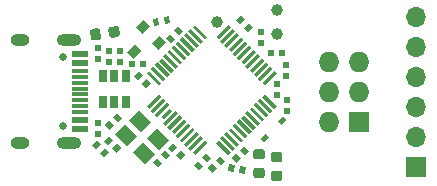
<source format=gts>
G04 #@! TF.GenerationSoftware,KiCad,Pcbnew,5.1.5-52549c5~84~ubuntu19.10.1*
G04 #@! TF.CreationDate,2020-04-02T17:39:07+02:00*
G04 #@! TF.ProjectId,JEGGER_s-link,4a454747-4552-45f7-932d-6c696e6b2e6b,rev?*
G04 #@! TF.SameCoordinates,Original*
G04 #@! TF.FileFunction,Soldermask,Top*
G04 #@! TF.FilePolarity,Negative*
%FSLAX46Y46*%
G04 Gerber Fmt 4.6, Leading zero omitted, Abs format (unit mm)*
G04 Created by KiCad (PCBNEW 5.1.5-52549c5~84~ubuntu19.10.1) date 2020-04-02 17:39:07*
%MOMM*%
%LPD*%
G04 APERTURE LIST*
%ADD10C,0.100000*%
%ADD11R,0.500000X0.600000*%
%ADD12R,0.600000X0.500000*%
%ADD13R,1.450000X0.600000*%
%ADD14O,2.100000X1.000000*%
%ADD15O,1.600000X1.000000*%
%ADD16C,0.650000*%
%ADD17R,1.450000X0.300000*%
%ADD18C,0.985520*%
%ADD19C,0.988060*%
%ADD20O,1.727200X1.727200*%
%ADD21R,1.727200X1.727200*%
%ADD22O,1.700000X1.700000*%
%ADD23R,1.700000X1.700000*%
%ADD24R,0.650000X1.060000*%
G04 APERTURE END LIST*
D10*
G36*
X120863431Y-94627695D02*
G01*
X121287695Y-94203431D01*
X121641249Y-94556985D01*
X121216985Y-94981249D01*
X120863431Y-94627695D01*
G37*
G36*
X120198751Y-93963015D02*
G01*
X120623015Y-93538751D01*
X120976569Y-93892305D01*
X120552305Y-94316569D01*
X120198751Y-93963015D01*
G37*
D11*
X123170000Y-96730000D03*
X124110000Y-96730000D03*
D12*
X122360000Y-94950000D03*
X122360000Y-95890000D03*
D13*
X107000000Y-97600000D03*
X107000000Y-102400000D03*
X107000000Y-103200000D03*
X107000000Y-96800000D03*
D14*
X106085000Y-95680000D03*
X106085000Y-104320000D03*
D15*
X101905000Y-95680000D03*
X101905000Y-104320000D03*
D16*
X105555000Y-102890000D03*
X105555000Y-97110000D03*
D13*
X107000000Y-103200000D03*
X107000000Y-102400000D03*
D17*
X107000000Y-101750000D03*
X107000000Y-101250000D03*
X107000000Y-100750000D03*
X107000000Y-100250000D03*
X107000000Y-99750000D03*
X107000000Y-99250000D03*
X107000000Y-98750000D03*
X107000000Y-98250000D03*
D13*
X107000000Y-97600000D03*
X107000000Y-96800000D03*
D18*
X123640000Y-93134000D03*
X123640000Y-95166000D03*
D19*
X118560000Y-94150000D03*
D20*
X128060000Y-97460000D03*
X130600000Y-97460000D03*
X128060000Y-100000000D03*
X130600000Y-100000000D03*
X128060000Y-102540000D03*
D21*
X130600000Y-102540000D03*
D10*
G36*
X113677549Y-99478769D02*
G01*
X112634567Y-98435787D01*
X112846699Y-98223655D01*
X113889681Y-99266637D01*
X113677549Y-99478769D01*
G37*
G36*
X114031103Y-99125215D02*
G01*
X112988121Y-98082233D01*
X113200253Y-97870101D01*
X114243235Y-98913083D01*
X114031103Y-99125215D01*
G37*
G36*
X114384656Y-98771662D02*
G01*
X113341674Y-97728680D01*
X113553806Y-97516548D01*
X114596788Y-98559530D01*
X114384656Y-98771662D01*
G37*
G36*
X114738210Y-98418108D02*
G01*
X113695228Y-97375126D01*
X113907360Y-97162994D01*
X114950342Y-98205976D01*
X114738210Y-98418108D01*
G37*
G36*
X115091763Y-98064555D02*
G01*
X114048781Y-97021573D01*
X114260913Y-96809441D01*
X115303895Y-97852423D01*
X115091763Y-98064555D01*
G37*
G36*
X115445316Y-97711002D02*
G01*
X114402334Y-96668020D01*
X114614466Y-96455888D01*
X115657448Y-97498870D01*
X115445316Y-97711002D01*
G37*
G36*
X115798870Y-97357448D02*
G01*
X114755888Y-96314466D01*
X114968020Y-96102334D01*
X116011002Y-97145316D01*
X115798870Y-97357448D01*
G37*
G36*
X116152423Y-97003895D02*
G01*
X115109441Y-95960913D01*
X115321573Y-95748781D01*
X116364555Y-96791763D01*
X116152423Y-97003895D01*
G37*
G36*
X116505976Y-96650342D02*
G01*
X115462994Y-95607360D01*
X115675126Y-95395228D01*
X116718108Y-96438210D01*
X116505976Y-96650342D01*
G37*
G36*
X116859530Y-96296788D02*
G01*
X115816548Y-95253806D01*
X116028680Y-95041674D01*
X117071662Y-96084656D01*
X116859530Y-96296788D01*
G37*
G36*
X117213083Y-95943235D02*
G01*
X116170101Y-94900253D01*
X116382233Y-94688121D01*
X117425215Y-95731103D01*
X117213083Y-95943235D01*
G37*
G36*
X117566637Y-95589681D02*
G01*
X116523655Y-94546699D01*
X116735787Y-94334567D01*
X117778769Y-95377549D01*
X117566637Y-95589681D01*
G37*
G36*
X118733363Y-95589681D02*
G01*
X118521231Y-95377549D01*
X119564213Y-94334567D01*
X119776345Y-94546699D01*
X118733363Y-95589681D01*
G37*
G36*
X119086917Y-95943235D02*
G01*
X118874785Y-95731103D01*
X119917767Y-94688121D01*
X120129899Y-94900253D01*
X119086917Y-95943235D01*
G37*
G36*
X119440470Y-96296788D02*
G01*
X119228338Y-96084656D01*
X120271320Y-95041674D01*
X120483452Y-95253806D01*
X119440470Y-96296788D01*
G37*
G36*
X119794024Y-96650342D02*
G01*
X119581892Y-96438210D01*
X120624874Y-95395228D01*
X120837006Y-95607360D01*
X119794024Y-96650342D01*
G37*
G36*
X120147577Y-97003895D02*
G01*
X119935445Y-96791763D01*
X120978427Y-95748781D01*
X121190559Y-95960913D01*
X120147577Y-97003895D01*
G37*
G36*
X120501130Y-97357448D02*
G01*
X120288998Y-97145316D01*
X121331980Y-96102334D01*
X121544112Y-96314466D01*
X120501130Y-97357448D01*
G37*
G36*
X120854684Y-97711002D02*
G01*
X120642552Y-97498870D01*
X121685534Y-96455888D01*
X121897666Y-96668020D01*
X120854684Y-97711002D01*
G37*
G36*
X121208237Y-98064555D02*
G01*
X120996105Y-97852423D01*
X122039087Y-96809441D01*
X122251219Y-97021573D01*
X121208237Y-98064555D01*
G37*
G36*
X121561790Y-98418108D02*
G01*
X121349658Y-98205976D01*
X122392640Y-97162994D01*
X122604772Y-97375126D01*
X121561790Y-98418108D01*
G37*
G36*
X121915344Y-98771662D02*
G01*
X121703212Y-98559530D01*
X122746194Y-97516548D01*
X122958326Y-97728680D01*
X121915344Y-98771662D01*
G37*
G36*
X122268897Y-99125215D02*
G01*
X122056765Y-98913083D01*
X123099747Y-97870101D01*
X123311879Y-98082233D01*
X122268897Y-99125215D01*
G37*
G36*
X122622451Y-99478769D02*
G01*
X122410319Y-99266637D01*
X123453301Y-98223655D01*
X123665433Y-98435787D01*
X122622451Y-99478769D01*
G37*
G36*
X123453301Y-101476345D02*
G01*
X122410319Y-100433363D01*
X122622451Y-100221231D01*
X123665433Y-101264213D01*
X123453301Y-101476345D01*
G37*
G36*
X123099747Y-101829899D02*
G01*
X122056765Y-100786917D01*
X122268897Y-100574785D01*
X123311879Y-101617767D01*
X123099747Y-101829899D01*
G37*
G36*
X122746194Y-102183452D02*
G01*
X121703212Y-101140470D01*
X121915344Y-100928338D01*
X122958326Y-101971320D01*
X122746194Y-102183452D01*
G37*
G36*
X122392640Y-102537006D02*
G01*
X121349658Y-101494024D01*
X121561790Y-101281892D01*
X122604772Y-102324874D01*
X122392640Y-102537006D01*
G37*
G36*
X122039087Y-102890559D02*
G01*
X120996105Y-101847577D01*
X121208237Y-101635445D01*
X122251219Y-102678427D01*
X122039087Y-102890559D01*
G37*
G36*
X121685534Y-103244112D02*
G01*
X120642552Y-102201130D01*
X120854684Y-101988998D01*
X121897666Y-103031980D01*
X121685534Y-103244112D01*
G37*
G36*
X121331980Y-103597666D02*
G01*
X120288998Y-102554684D01*
X120501130Y-102342552D01*
X121544112Y-103385534D01*
X121331980Y-103597666D01*
G37*
G36*
X120978427Y-103951219D02*
G01*
X119935445Y-102908237D01*
X120147577Y-102696105D01*
X121190559Y-103739087D01*
X120978427Y-103951219D01*
G37*
G36*
X120624874Y-104304772D02*
G01*
X119581892Y-103261790D01*
X119794024Y-103049658D01*
X120837006Y-104092640D01*
X120624874Y-104304772D01*
G37*
G36*
X120271320Y-104658326D02*
G01*
X119228338Y-103615344D01*
X119440470Y-103403212D01*
X120483452Y-104446194D01*
X120271320Y-104658326D01*
G37*
G36*
X119917767Y-105011879D02*
G01*
X118874785Y-103968897D01*
X119086917Y-103756765D01*
X120129899Y-104799747D01*
X119917767Y-105011879D01*
G37*
G36*
X119564213Y-105365433D02*
G01*
X118521231Y-104322451D01*
X118733363Y-104110319D01*
X119776345Y-105153301D01*
X119564213Y-105365433D01*
G37*
G36*
X116735787Y-105365433D02*
G01*
X116523655Y-105153301D01*
X117566637Y-104110319D01*
X117778769Y-104322451D01*
X116735787Y-105365433D01*
G37*
G36*
X116382233Y-105011879D02*
G01*
X116170101Y-104799747D01*
X117213083Y-103756765D01*
X117425215Y-103968897D01*
X116382233Y-105011879D01*
G37*
G36*
X116028680Y-104658326D02*
G01*
X115816548Y-104446194D01*
X116859530Y-103403212D01*
X117071662Y-103615344D01*
X116028680Y-104658326D01*
G37*
G36*
X115675126Y-104304772D02*
G01*
X115462994Y-104092640D01*
X116505976Y-103049658D01*
X116718108Y-103261790D01*
X115675126Y-104304772D01*
G37*
G36*
X115321573Y-103951219D02*
G01*
X115109441Y-103739087D01*
X116152423Y-102696105D01*
X116364555Y-102908237D01*
X115321573Y-103951219D01*
G37*
G36*
X114968020Y-103597666D02*
G01*
X114755888Y-103385534D01*
X115798870Y-102342552D01*
X116011002Y-102554684D01*
X114968020Y-103597666D01*
G37*
G36*
X114614466Y-103244112D02*
G01*
X114402334Y-103031980D01*
X115445316Y-101988998D01*
X115657448Y-102201130D01*
X114614466Y-103244112D01*
G37*
G36*
X114260913Y-102890559D02*
G01*
X114048781Y-102678427D01*
X115091763Y-101635445D01*
X115303895Y-101847577D01*
X114260913Y-102890559D01*
G37*
G36*
X114075298Y-102369068D02*
G01*
X113863166Y-102156936D01*
X114570272Y-101449830D01*
X114782404Y-101661962D01*
X114075298Y-102369068D01*
G37*
G36*
X113553806Y-102183452D02*
G01*
X113341674Y-101971320D01*
X114384656Y-100928338D01*
X114596788Y-101140470D01*
X113553806Y-102183452D01*
G37*
G36*
X113200253Y-101829899D02*
G01*
X112988121Y-101617767D01*
X114031103Y-100574785D01*
X114243235Y-100786917D01*
X113200253Y-101829899D01*
G37*
G36*
X112846699Y-101476345D02*
G01*
X112634567Y-101264213D01*
X113677549Y-100221231D01*
X113889681Y-100433363D01*
X112846699Y-101476345D01*
G37*
G36*
X114161926Y-94283657D02*
G01*
X114073240Y-93690248D01*
X114567748Y-93616343D01*
X114656434Y-94209752D01*
X114161926Y-94283657D01*
G37*
G36*
X113232252Y-94422597D02*
G01*
X113143566Y-93829188D01*
X113638074Y-93755283D01*
X113726760Y-94348692D01*
X113232252Y-94422597D01*
G37*
D11*
X112320000Y-97650000D03*
X111380000Y-97650000D03*
D10*
G36*
X111628248Y-96006066D02*
G01*
X112193934Y-96571752D01*
X111557538Y-97208148D01*
X110991852Y-96642462D01*
X111628248Y-96006066D01*
G37*
G36*
X112370710Y-93920101D02*
G01*
X112936396Y-94485787D01*
X112300000Y-95122183D01*
X111734314Y-94556497D01*
X112370710Y-93920101D01*
G37*
G36*
X113714213Y-95263604D02*
G01*
X114279899Y-95829290D01*
X113643503Y-96465686D01*
X113077817Y-95900000D01*
X113714213Y-95263604D01*
G37*
G36*
X118182305Y-106093431D02*
G01*
X118606569Y-106517695D01*
X118253015Y-106871249D01*
X117828751Y-106446985D01*
X118182305Y-106093431D01*
G37*
G36*
X118846985Y-105428751D02*
G01*
X119271249Y-105853015D01*
X118917695Y-106206569D01*
X118493431Y-105782305D01*
X118846985Y-105428751D01*
G37*
G36*
X120232305Y-105243431D02*
G01*
X120656569Y-105667695D01*
X120303015Y-106021249D01*
X119878751Y-105596985D01*
X120232305Y-105243431D01*
G37*
G36*
X120896985Y-104578751D02*
G01*
X121321249Y-105003015D01*
X120967695Y-105356569D01*
X120543431Y-104932305D01*
X120896985Y-104578751D01*
G37*
G36*
X115367695Y-95206569D02*
G01*
X114943431Y-94782305D01*
X115296985Y-94428751D01*
X115721249Y-94853015D01*
X115367695Y-95206569D01*
G37*
G36*
X114703015Y-95871249D02*
G01*
X114278751Y-95446985D01*
X114632305Y-95093431D01*
X115056569Y-95517695D01*
X114703015Y-95871249D01*
G37*
G36*
X108806569Y-104482305D02*
G01*
X108382305Y-104906569D01*
X108028751Y-104553015D01*
X108453015Y-104128751D01*
X108806569Y-104482305D01*
G37*
G36*
X109471249Y-105146985D02*
G01*
X109046985Y-105571249D01*
X108693431Y-105217695D01*
X109117695Y-104793431D01*
X109471249Y-105146985D01*
G37*
G36*
X109806569Y-104082305D02*
G01*
X109382305Y-104506569D01*
X109028751Y-104153015D01*
X109453015Y-103728751D01*
X109806569Y-104082305D01*
G37*
G36*
X110471249Y-104746985D02*
G01*
X110046985Y-105171249D01*
X109693431Y-104817695D01*
X110117695Y-104393431D01*
X110471249Y-104746985D01*
G37*
D12*
X124450000Y-98720000D03*
X124450000Y-97780000D03*
D10*
G36*
X120126760Y-106220778D02*
G01*
X120038074Y-106814187D01*
X119543566Y-106740282D01*
X119632252Y-106146873D01*
X120126760Y-106220778D01*
G37*
G36*
X121056434Y-106359718D02*
G01*
X120967748Y-106953127D01*
X120473240Y-106879222D01*
X120561926Y-106285813D01*
X121056434Y-106359718D01*
G37*
D12*
X124500000Y-101620000D03*
X124500000Y-100680000D03*
D10*
G36*
X123927691Y-105126054D02*
G01*
X123948926Y-105129204D01*
X123969750Y-105134420D01*
X123989962Y-105141652D01*
X124009368Y-105150831D01*
X124027781Y-105161867D01*
X124045024Y-105174655D01*
X124060930Y-105189071D01*
X124075346Y-105204977D01*
X124088134Y-105222220D01*
X124099170Y-105240633D01*
X124108349Y-105260039D01*
X124115581Y-105280251D01*
X124120797Y-105301075D01*
X124123947Y-105322310D01*
X124125000Y-105343751D01*
X124125000Y-105781251D01*
X124123947Y-105802692D01*
X124120797Y-105823927D01*
X124115581Y-105844751D01*
X124108349Y-105864963D01*
X124099170Y-105884369D01*
X124088134Y-105902782D01*
X124075346Y-105920025D01*
X124060930Y-105935931D01*
X124045024Y-105950347D01*
X124027781Y-105963135D01*
X124009368Y-105974171D01*
X123989962Y-105983350D01*
X123969750Y-105990582D01*
X123948926Y-105995798D01*
X123927691Y-105998948D01*
X123906250Y-106000001D01*
X123393750Y-106000001D01*
X123372309Y-105998948D01*
X123351074Y-105995798D01*
X123330250Y-105990582D01*
X123310038Y-105983350D01*
X123290632Y-105974171D01*
X123272219Y-105963135D01*
X123254976Y-105950347D01*
X123239070Y-105935931D01*
X123224654Y-105920025D01*
X123211866Y-105902782D01*
X123200830Y-105884369D01*
X123191651Y-105864963D01*
X123184419Y-105844751D01*
X123179203Y-105823927D01*
X123176053Y-105802692D01*
X123175000Y-105781251D01*
X123175000Y-105343751D01*
X123176053Y-105322310D01*
X123179203Y-105301075D01*
X123184419Y-105280251D01*
X123191651Y-105260039D01*
X123200830Y-105240633D01*
X123211866Y-105222220D01*
X123224654Y-105204977D01*
X123239070Y-105189071D01*
X123254976Y-105174655D01*
X123272219Y-105161867D01*
X123290632Y-105150831D01*
X123310038Y-105141652D01*
X123330250Y-105134420D01*
X123351074Y-105129204D01*
X123372309Y-105126054D01*
X123393750Y-105125001D01*
X123906250Y-105125001D01*
X123927691Y-105126054D01*
G37*
G36*
X123927691Y-106701054D02*
G01*
X123948926Y-106704204D01*
X123969750Y-106709420D01*
X123989962Y-106716652D01*
X124009368Y-106725831D01*
X124027781Y-106736867D01*
X124045024Y-106749655D01*
X124060930Y-106764071D01*
X124075346Y-106779977D01*
X124088134Y-106797220D01*
X124099170Y-106815633D01*
X124108349Y-106835039D01*
X124115581Y-106855251D01*
X124120797Y-106876075D01*
X124123947Y-106897310D01*
X124125000Y-106918751D01*
X124125000Y-107356251D01*
X124123947Y-107377692D01*
X124120797Y-107398927D01*
X124115581Y-107419751D01*
X124108349Y-107439963D01*
X124099170Y-107459369D01*
X124088134Y-107477782D01*
X124075346Y-107495025D01*
X124060930Y-107510931D01*
X124045024Y-107525347D01*
X124027781Y-107538135D01*
X124009368Y-107549171D01*
X123989962Y-107558350D01*
X123969750Y-107565582D01*
X123948926Y-107570798D01*
X123927691Y-107573948D01*
X123906250Y-107575001D01*
X123393750Y-107575001D01*
X123372309Y-107573948D01*
X123351074Y-107570798D01*
X123330250Y-107565582D01*
X123310038Y-107558350D01*
X123290632Y-107549171D01*
X123272219Y-107538135D01*
X123254976Y-107525347D01*
X123239070Y-107510931D01*
X123224654Y-107495025D01*
X123211866Y-107477782D01*
X123200830Y-107459369D01*
X123191651Y-107439963D01*
X123184419Y-107419751D01*
X123179203Y-107398927D01*
X123176053Y-107377692D01*
X123175000Y-107356251D01*
X123175000Y-106918751D01*
X123176053Y-106897310D01*
X123179203Y-106876075D01*
X123184419Y-106855251D01*
X123191651Y-106835039D01*
X123200830Y-106815633D01*
X123211866Y-106797220D01*
X123224654Y-106779977D01*
X123239070Y-106764071D01*
X123254976Y-106749655D01*
X123272219Y-106736867D01*
X123290632Y-106725831D01*
X123310038Y-106716652D01*
X123330250Y-106709420D01*
X123351074Y-106704204D01*
X123372309Y-106701054D01*
X123393750Y-106700001D01*
X123906250Y-106700001D01*
X123927691Y-106701054D01*
G37*
G36*
X122427691Y-104876053D02*
G01*
X122448926Y-104879203D01*
X122469750Y-104884419D01*
X122489962Y-104891651D01*
X122509368Y-104900830D01*
X122527781Y-104911866D01*
X122545024Y-104924654D01*
X122560930Y-104939070D01*
X122575346Y-104954976D01*
X122588134Y-104972219D01*
X122599170Y-104990632D01*
X122608349Y-105010038D01*
X122615581Y-105030250D01*
X122620797Y-105051074D01*
X122623947Y-105072309D01*
X122625000Y-105093750D01*
X122625000Y-105531250D01*
X122623947Y-105552691D01*
X122620797Y-105573926D01*
X122615581Y-105594750D01*
X122608349Y-105614962D01*
X122599170Y-105634368D01*
X122588134Y-105652781D01*
X122575346Y-105670024D01*
X122560930Y-105685930D01*
X122545024Y-105700346D01*
X122527781Y-105713134D01*
X122509368Y-105724170D01*
X122489962Y-105733349D01*
X122469750Y-105740581D01*
X122448926Y-105745797D01*
X122427691Y-105748947D01*
X122406250Y-105750000D01*
X121893750Y-105750000D01*
X121872309Y-105748947D01*
X121851074Y-105745797D01*
X121830250Y-105740581D01*
X121810038Y-105733349D01*
X121790632Y-105724170D01*
X121772219Y-105713134D01*
X121754976Y-105700346D01*
X121739070Y-105685930D01*
X121724654Y-105670024D01*
X121711866Y-105652781D01*
X121700830Y-105634368D01*
X121691651Y-105614962D01*
X121684419Y-105594750D01*
X121679203Y-105573926D01*
X121676053Y-105552691D01*
X121675000Y-105531250D01*
X121675000Y-105093750D01*
X121676053Y-105072309D01*
X121679203Y-105051074D01*
X121684419Y-105030250D01*
X121691651Y-105010038D01*
X121700830Y-104990632D01*
X121711866Y-104972219D01*
X121724654Y-104954976D01*
X121739070Y-104939070D01*
X121754976Y-104924654D01*
X121772219Y-104911866D01*
X121790632Y-104900830D01*
X121810038Y-104891651D01*
X121830250Y-104884419D01*
X121851074Y-104879203D01*
X121872309Y-104876053D01*
X121893750Y-104875000D01*
X122406250Y-104875000D01*
X122427691Y-104876053D01*
G37*
G36*
X122427691Y-106451053D02*
G01*
X122448926Y-106454203D01*
X122469750Y-106459419D01*
X122489962Y-106466651D01*
X122509368Y-106475830D01*
X122527781Y-106486866D01*
X122545024Y-106499654D01*
X122560930Y-106514070D01*
X122575346Y-106529976D01*
X122588134Y-106547219D01*
X122599170Y-106565632D01*
X122608349Y-106585038D01*
X122615581Y-106605250D01*
X122620797Y-106626074D01*
X122623947Y-106647309D01*
X122625000Y-106668750D01*
X122625000Y-107106250D01*
X122623947Y-107127691D01*
X122620797Y-107148926D01*
X122615581Y-107169750D01*
X122608349Y-107189962D01*
X122599170Y-107209368D01*
X122588134Y-107227781D01*
X122575346Y-107245024D01*
X122560930Y-107260930D01*
X122545024Y-107275346D01*
X122527781Y-107288134D01*
X122509368Y-107299170D01*
X122489962Y-107308349D01*
X122469750Y-107315581D01*
X122448926Y-107320797D01*
X122427691Y-107323947D01*
X122406250Y-107325000D01*
X121893750Y-107325000D01*
X121872309Y-107323947D01*
X121851074Y-107320797D01*
X121830250Y-107315581D01*
X121810038Y-107308349D01*
X121790632Y-107299170D01*
X121772219Y-107288134D01*
X121754976Y-107275346D01*
X121739070Y-107260930D01*
X121724654Y-107245024D01*
X121711866Y-107227781D01*
X121700830Y-107209368D01*
X121691651Y-107189962D01*
X121684419Y-107169750D01*
X121679203Y-107148926D01*
X121676053Y-107127691D01*
X121675000Y-107106250D01*
X121675000Y-106668750D01*
X121676053Y-106647309D01*
X121679203Y-106626074D01*
X121684419Y-106605250D01*
X121691651Y-106585038D01*
X121700830Y-106565632D01*
X121711866Y-106547219D01*
X121724654Y-106529976D01*
X121739070Y-106514070D01*
X121754976Y-106499654D01*
X121772219Y-106486866D01*
X121790632Y-106475830D01*
X121810038Y-106466651D01*
X121830250Y-106459419D01*
X121851074Y-106454203D01*
X121872309Y-106451053D01*
X121893750Y-106450000D01*
X122406250Y-106450000D01*
X122427691Y-106451053D01*
G37*
G36*
X124039429Y-102828769D02*
G01*
X123721231Y-102510571D01*
X124145495Y-102086307D01*
X124463693Y-102404505D01*
X124039429Y-102828769D01*
G37*
G36*
X122554505Y-104313693D02*
G01*
X122236307Y-103995495D01*
X122660571Y-103571231D01*
X122978769Y-103889429D01*
X122554505Y-104313693D01*
G37*
D12*
X123700000Y-99380000D03*
X123700000Y-100320000D03*
D10*
G36*
X112306569Y-98632305D02*
G01*
X111882305Y-99056569D01*
X111528751Y-98703015D01*
X111953015Y-98278751D01*
X112306569Y-98632305D01*
G37*
G36*
X112971249Y-99296985D02*
G01*
X112546985Y-99721249D01*
X112193431Y-99367695D01*
X112617695Y-98943431D01*
X112971249Y-99296985D01*
G37*
G36*
X116982305Y-105843431D02*
G01*
X117406569Y-106267695D01*
X117053015Y-106621249D01*
X116628751Y-106196985D01*
X116982305Y-105843431D01*
G37*
G36*
X117646985Y-105178751D02*
G01*
X118071249Y-105603015D01*
X117717695Y-105956569D01*
X117293431Y-105532305D01*
X117646985Y-105178751D01*
G37*
D22*
X135480000Y-93690000D03*
X135480000Y-96230000D03*
X135480000Y-98770000D03*
X135480000Y-101310000D03*
X135480000Y-103850000D03*
D23*
X135480000Y-106390000D03*
D10*
G36*
X111153984Y-102400431D02*
G01*
X112002512Y-101551903D01*
X112992462Y-102541853D01*
X112143934Y-103390381D01*
X111153984Y-102400431D01*
G37*
G36*
X112709619Y-103956066D02*
G01*
X113558147Y-103107538D01*
X114548097Y-104097488D01*
X113699569Y-104946016D01*
X112709619Y-103956066D01*
G37*
G36*
X111507538Y-105158147D02*
G01*
X112356066Y-104309619D01*
X113346016Y-105299569D01*
X112497488Y-106148097D01*
X111507538Y-105158147D01*
G37*
G36*
X109951903Y-103602512D02*
G01*
X110800431Y-102753984D01*
X111790381Y-103743934D01*
X110941853Y-104592462D01*
X109951903Y-103602512D01*
G37*
D24*
X109900000Y-98700000D03*
X108950000Y-98700000D03*
X110850000Y-98700000D03*
X110850000Y-100900000D03*
X109900000Y-100900000D03*
X108950000Y-100900000D03*
D12*
X108500000Y-97220000D03*
X108500000Y-96280000D03*
X108500000Y-102630000D03*
X108500000Y-103570000D03*
X109450000Y-97520000D03*
X109450000Y-96580000D03*
D10*
G36*
X110089182Y-94431414D02*
G01*
X110110241Y-94435579D01*
X110130791Y-94441788D01*
X110150633Y-94449981D01*
X110169576Y-94460080D01*
X110187438Y-94471987D01*
X110204047Y-94485588D01*
X110219244Y-94500751D01*
X110232880Y-94517330D01*
X110244826Y-94535166D01*
X110254966Y-94554087D01*
X110263203Y-94573912D01*
X110269457Y-94594447D01*
X110273668Y-94615498D01*
X110349420Y-95122369D01*
X110351548Y-95143730D01*
X110351571Y-95165197D01*
X110349490Y-95186563D01*
X110345325Y-95207623D01*
X110339116Y-95228172D01*
X110330922Y-95248014D01*
X110320824Y-95266957D01*
X110308917Y-95284820D01*
X110295316Y-95301429D01*
X110280153Y-95316625D01*
X110263574Y-95330261D01*
X110245737Y-95342207D01*
X110226816Y-95352348D01*
X110206992Y-95360584D01*
X110186456Y-95366838D01*
X110165407Y-95371049D01*
X109732713Y-95435716D01*
X109711351Y-95437844D01*
X109689884Y-95437867D01*
X109668518Y-95435786D01*
X109647459Y-95431621D01*
X109626909Y-95425412D01*
X109607067Y-95417219D01*
X109588124Y-95407120D01*
X109570262Y-95395213D01*
X109553653Y-95381612D01*
X109538456Y-95366449D01*
X109524820Y-95349870D01*
X109512874Y-95332034D01*
X109502734Y-95313113D01*
X109494497Y-95293288D01*
X109488243Y-95272753D01*
X109484032Y-95251702D01*
X109408280Y-94744831D01*
X109406152Y-94723470D01*
X109406129Y-94702003D01*
X109408210Y-94680637D01*
X109412375Y-94659577D01*
X109418584Y-94639028D01*
X109426778Y-94619186D01*
X109436876Y-94600243D01*
X109448783Y-94582380D01*
X109462384Y-94565771D01*
X109477547Y-94550575D01*
X109494126Y-94536939D01*
X109511963Y-94524993D01*
X109530884Y-94514852D01*
X109550708Y-94506616D01*
X109571244Y-94500362D01*
X109592293Y-94496151D01*
X110024987Y-94431484D01*
X110046349Y-94429356D01*
X110067816Y-94429333D01*
X110089182Y-94431414D01*
G37*
G36*
X108531482Y-94664214D02*
G01*
X108552541Y-94668379D01*
X108573091Y-94674588D01*
X108592933Y-94682781D01*
X108611876Y-94692880D01*
X108629738Y-94704787D01*
X108646347Y-94718388D01*
X108661544Y-94733551D01*
X108675180Y-94750130D01*
X108687126Y-94767966D01*
X108697266Y-94786887D01*
X108705503Y-94806712D01*
X108711757Y-94827247D01*
X108715968Y-94848298D01*
X108791720Y-95355169D01*
X108793848Y-95376530D01*
X108793871Y-95397997D01*
X108791790Y-95419363D01*
X108787625Y-95440423D01*
X108781416Y-95460972D01*
X108773222Y-95480814D01*
X108763124Y-95499757D01*
X108751217Y-95517620D01*
X108737616Y-95534229D01*
X108722453Y-95549425D01*
X108705874Y-95563061D01*
X108688037Y-95575007D01*
X108669116Y-95585148D01*
X108649292Y-95593384D01*
X108628756Y-95599638D01*
X108607707Y-95603849D01*
X108175013Y-95668516D01*
X108153651Y-95670644D01*
X108132184Y-95670667D01*
X108110818Y-95668586D01*
X108089759Y-95664421D01*
X108069209Y-95658212D01*
X108049367Y-95650019D01*
X108030424Y-95639920D01*
X108012562Y-95628013D01*
X107995953Y-95614412D01*
X107980756Y-95599249D01*
X107967120Y-95582670D01*
X107955174Y-95564834D01*
X107945034Y-95545913D01*
X107936797Y-95526088D01*
X107930543Y-95505553D01*
X107926332Y-95484502D01*
X107850580Y-94977631D01*
X107848452Y-94956270D01*
X107848429Y-94934803D01*
X107850510Y-94913437D01*
X107854675Y-94892377D01*
X107860884Y-94871828D01*
X107869078Y-94851986D01*
X107879176Y-94833043D01*
X107891083Y-94815180D01*
X107904684Y-94798571D01*
X107919847Y-94783375D01*
X107936426Y-94769739D01*
X107954263Y-94757793D01*
X107973184Y-94747652D01*
X107993008Y-94739416D01*
X108013544Y-94733162D01*
X108034593Y-94728951D01*
X108467287Y-94664284D01*
X108488649Y-94662156D01*
X108510116Y-94662133D01*
X108531482Y-94664214D01*
G37*
G36*
X113532305Y-105593431D02*
G01*
X113956569Y-106017695D01*
X113603015Y-106371249D01*
X113178751Y-105946985D01*
X113532305Y-105593431D01*
G37*
G36*
X114196985Y-104928751D02*
G01*
X114621249Y-105353015D01*
X114267695Y-105706569D01*
X113843431Y-105282305D01*
X114196985Y-104928751D01*
G37*
G36*
X109482305Y-102443431D02*
G01*
X109906569Y-102867695D01*
X109553015Y-103221249D01*
X109128751Y-102796985D01*
X109482305Y-102443431D01*
G37*
G36*
X110146985Y-101778751D02*
G01*
X110571249Y-102203015D01*
X110217695Y-102556569D01*
X109793431Y-102132305D01*
X110146985Y-101778751D01*
G37*
G36*
X115206569Y-104682305D02*
G01*
X114782305Y-105106569D01*
X114428751Y-104753015D01*
X114853015Y-104328751D01*
X115206569Y-104682305D01*
G37*
G36*
X115871249Y-105346985D02*
G01*
X115446985Y-105771249D01*
X115093431Y-105417695D01*
X115517695Y-104993431D01*
X115871249Y-105346985D01*
G37*
D12*
X110350000Y-96580000D03*
X110350000Y-97520000D03*
M02*

</source>
